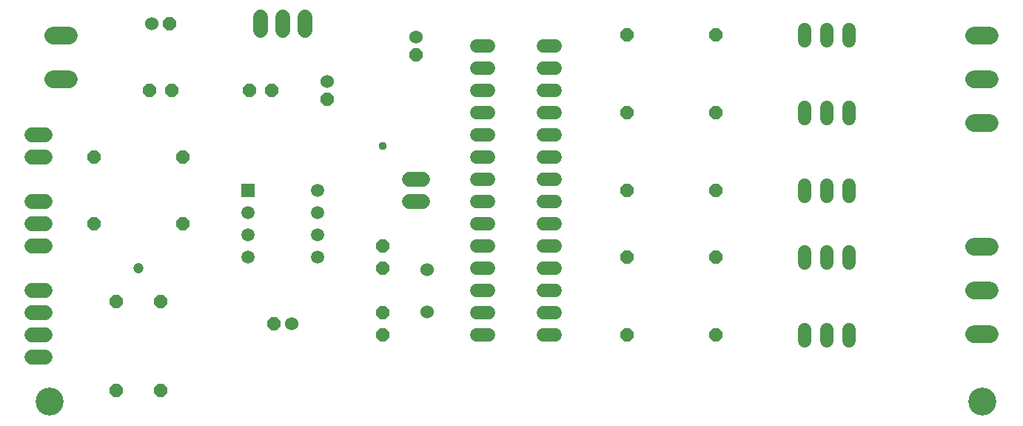
<source format=gbr>
G04 EAGLE Gerber RS-274X export*
G75*
%MOMM*%
%FSLAX34Y34*%
%LPD*%
%INSoldermask Top*%
%IPPOS*%
%AMOC8*
5,1,8,0,0,1.08239X$1,22.5*%
G01*
%ADD10C,3.203200*%
%ADD11C,1.727200*%
%ADD12P,1.649562X8X292.500000*%
%ADD13P,1.649562X8X202.500000*%
%ADD14P,1.649562X8X22.500000*%
%ADD15C,1.524000*%
%ADD16C,1.524000*%
%ADD17C,1.993900*%
%ADD18P,1.649562X8X112.500000*%
%ADD19R,1.491200X1.491200*%
%ADD20C,1.491200*%
%ADD21C,0.959600*%
%ADD22C,1.203200*%


D10*
X38100Y38100D03*
X1104900Y38100D03*
D11*
X464820Y292100D02*
X449580Y292100D01*
X449580Y266700D02*
X464820Y266700D01*
D12*
X419100Y139700D03*
X419100Y114300D03*
X419100Y215900D03*
X419100Y190500D03*
D13*
X177800Y393700D03*
X152400Y393700D03*
D14*
X266700Y393700D03*
X292100Y393700D03*
X175260Y469900D03*
D15*
X154940Y469900D03*
D12*
X355600Y383540D03*
D15*
X355600Y403860D03*
D12*
X457200Y434340D03*
D15*
X457200Y454660D03*
D13*
X294640Y127000D03*
D15*
X314960Y127000D03*
D16*
X526796Y444500D02*
X540004Y444500D01*
X540004Y419100D02*
X526796Y419100D01*
X526796Y393700D02*
X540004Y393700D01*
X540004Y368300D02*
X526796Y368300D01*
X526796Y342900D02*
X540004Y342900D01*
X540004Y317500D02*
X526796Y317500D01*
X526796Y292100D02*
X540004Y292100D01*
X540004Y266700D02*
X526796Y266700D01*
X526796Y241300D02*
X540004Y241300D01*
X540004Y215900D02*
X526796Y215900D01*
X526796Y190500D02*
X540004Y190500D01*
X540004Y165100D02*
X526796Y165100D01*
X526796Y139700D02*
X540004Y139700D01*
X540004Y114300D02*
X526796Y114300D01*
X602996Y114300D02*
X616204Y114300D01*
X616204Y139700D02*
X602996Y139700D01*
X602996Y165100D02*
X616204Y165100D01*
X616204Y190500D02*
X602996Y190500D01*
X602996Y215900D02*
X616204Y215900D01*
X616204Y241300D02*
X602996Y241300D01*
X602996Y266700D02*
X616204Y266700D01*
X616204Y292100D02*
X602996Y292100D01*
X602996Y317500D02*
X616204Y317500D01*
X616204Y342900D02*
X602996Y342900D01*
X602996Y368300D02*
X616204Y368300D01*
X616204Y393700D02*
X602996Y393700D01*
X602996Y419100D02*
X616204Y419100D01*
X616204Y444500D02*
X602996Y444500D01*
D11*
X279400Y462280D02*
X279400Y477520D01*
X304800Y477520D02*
X304800Y462280D01*
X330200Y462280D02*
X330200Y477520D01*
D17*
X1095747Y215100D02*
X1113654Y215100D01*
X1113654Y165100D02*
X1095747Y165100D01*
X1095747Y115100D02*
X1113654Y115100D01*
X1113654Y456400D02*
X1095747Y456400D01*
X1095747Y406400D02*
X1113654Y406400D01*
X1113654Y356400D02*
X1095747Y356400D01*
X59754Y406800D02*
X41847Y406800D01*
X41847Y456800D02*
X59754Y456800D01*
D11*
X33020Y317500D02*
X17780Y317500D01*
X17780Y342900D02*
X33020Y342900D01*
D15*
X469900Y140970D03*
X469900Y189230D03*
D16*
X952500Y196596D02*
X952500Y209804D01*
X901700Y209804D02*
X901700Y196596D01*
X927100Y196596D02*
X927100Y209804D01*
X952500Y450596D02*
X952500Y463804D01*
X901700Y463804D02*
X901700Y450596D01*
X927100Y450596D02*
X927100Y463804D01*
X952500Y120904D02*
X952500Y107696D01*
X901700Y107696D02*
X901700Y120904D01*
X927100Y120904D02*
X927100Y107696D01*
X952500Y361696D02*
X952500Y374904D01*
X901700Y374904D02*
X901700Y361696D01*
X927100Y361696D02*
X927100Y374904D01*
X952500Y286004D02*
X952500Y272796D01*
X901700Y272796D02*
X901700Y286004D01*
X927100Y286004D02*
X927100Y272796D01*
D14*
X698500Y114300D03*
X800100Y114300D03*
X698500Y368300D03*
X800100Y368300D03*
D13*
X800100Y457200D03*
X698500Y457200D03*
D14*
X698500Y203200D03*
X800100Y203200D03*
D13*
X800100Y279400D03*
X698500Y279400D03*
X190500Y317500D03*
X88900Y317500D03*
X190500Y241300D03*
X88900Y241300D03*
D18*
X165100Y50800D03*
X165100Y152400D03*
D12*
X114300Y152400D03*
X114300Y50800D03*
D11*
X33020Y215900D02*
X17780Y215900D01*
X17780Y241300D02*
X33020Y241300D01*
X33020Y266700D02*
X17780Y266700D01*
X17780Y88900D02*
X33020Y88900D01*
X33020Y114300D02*
X17780Y114300D01*
X17780Y139700D02*
X33020Y139700D01*
X33020Y165100D02*
X17780Y165100D01*
D19*
X265100Y279400D03*
D20*
X265100Y254000D03*
X265100Y228600D03*
X265100Y203200D03*
X344500Y203200D03*
X344500Y228600D03*
X344500Y254000D03*
X344500Y279400D03*
D21*
X419100Y330200D03*
D22*
X139700Y190500D03*
M02*

</source>
